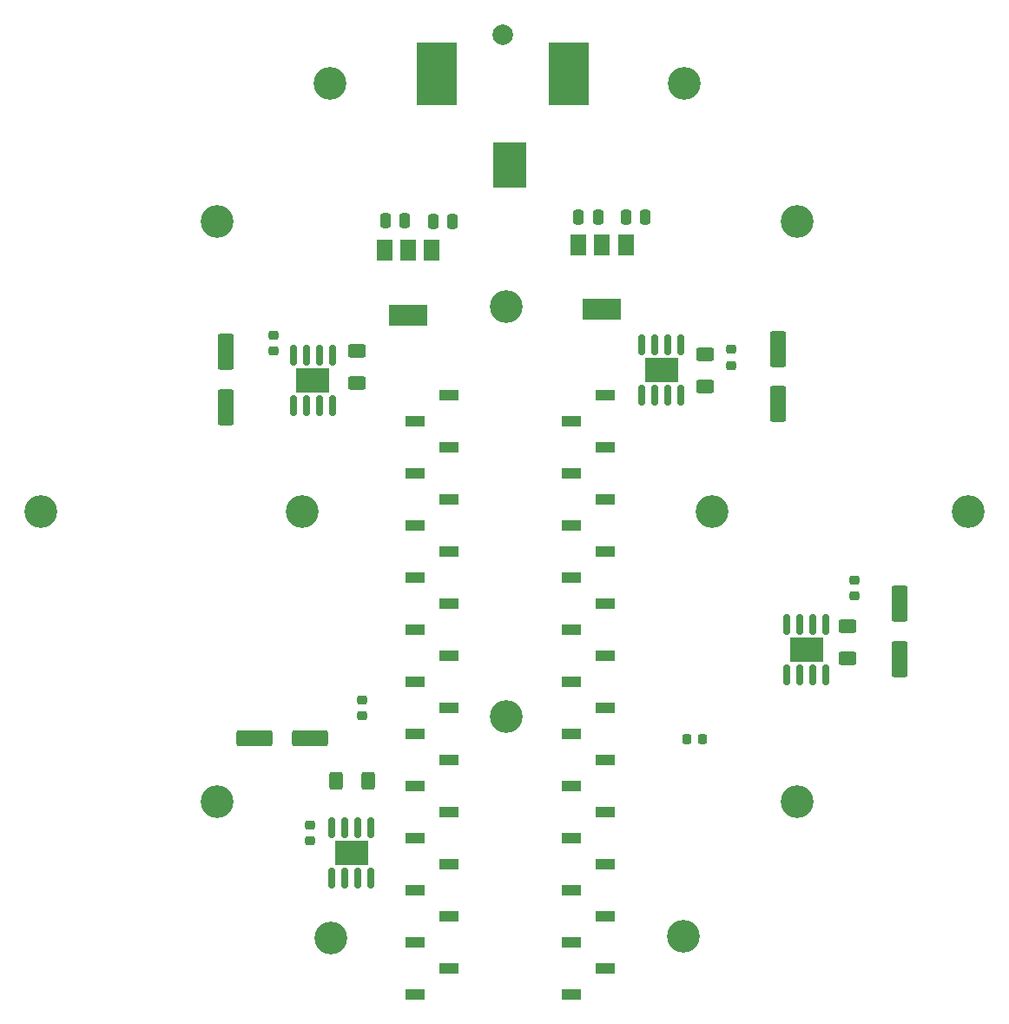
<source format=gbs>
%TF.GenerationSoftware,KiCad,Pcbnew,7.0.9-7.0.9~ubuntu23.04.1*%
%TF.CreationDate,2023-11-29T14:17:22+01:00*%
%TF.ProjectId,maglev cv2,6d61676c-6576-4206-9376-322e6b696361,rev?*%
%TF.SameCoordinates,Original*%
%TF.FileFunction,Soldermask,Bot*%
%TF.FilePolarity,Negative*%
%FSLAX46Y46*%
G04 Gerber Fmt 4.6, Leading zero omitted, Abs format (unit mm)*
G04 Created by KiCad (PCBNEW 7.0.9-7.0.9~ubuntu23.04.1) date 2023-11-29 14:17:22*
%MOMM*%
%LPD*%
G01*
G04 APERTURE LIST*
G04 Aperture macros list*
%AMRoundRect*
0 Rectangle with rounded corners*
0 $1 Rounding radius*
0 $2 $3 $4 $5 $6 $7 $8 $9 X,Y pos of 4 corners*
0 Add a 4 corners polygon primitive as box body*
4,1,4,$2,$3,$4,$5,$6,$7,$8,$9,$2,$3,0*
0 Add four circle primitives for the rounded corners*
1,1,$1+$1,$2,$3*
1,1,$1+$1,$4,$5*
1,1,$1+$1,$6,$7*
1,1,$1+$1,$8,$9*
0 Add four rect primitives between the rounded corners*
20,1,$1+$1,$2,$3,$4,$5,0*
20,1,$1+$1,$4,$5,$6,$7,0*
20,1,$1+$1,$6,$7,$8,$9,0*
20,1,$1+$1,$8,$9,$2,$3,0*%
G04 Aperture macros list end*
%ADD10C,2.500000*%
%ADD11RoundRect,0.250000X-0.250000X-0.475000X0.250000X-0.475000X0.250000X0.475000X-0.250000X0.475000X0*%
%ADD12RoundRect,0.250000X-0.550000X1.500000X-0.550000X-1.500000X0.550000X-1.500000X0.550000X1.500000X0*%
%ADD13C,3.200000*%
%ADD14RoundRect,0.250000X-0.625000X0.400000X-0.625000X-0.400000X0.625000X-0.400000X0.625000X0.400000X0*%
%ADD15RoundRect,0.225000X-0.225000X-0.250000X0.225000X-0.250000X0.225000X0.250000X-0.225000X0.250000X0*%
%ADD16RoundRect,0.150000X0.150000X-0.825000X0.150000X0.825000X-0.150000X0.825000X-0.150000X-0.825000X0*%
%ADD17R,3.300000X2.410000*%
%ADD18R,1.500000X2.000000*%
%ADD19R,3.800000X2.000000*%
%ADD20RoundRect,0.250000X-1.500000X-0.550000X1.500000X-0.550000X1.500000X0.550000X-1.500000X0.550000X0*%
%ADD21R,1.900000X1.000000*%
%ADD22RoundRect,0.250000X0.250000X0.475000X-0.250000X0.475000X-0.250000X-0.475000X0.250000X-0.475000X0*%
%ADD23R,3.900000X6.200000*%
%ADD24R,3.300000X4.400000*%
%ADD25C,2.000000*%
%ADD26RoundRect,0.225000X-0.250000X0.225000X-0.250000X-0.225000X0.250000X-0.225000X0.250000X0.225000X0*%
%ADD27RoundRect,0.250000X0.400000X0.625000X-0.400000X0.625000X-0.400000X-0.625000X0.400000X-0.625000X0*%
G04 APERTURE END LIST*
D10*
X126250000Y-99250000D03*
D11*
X139020000Y-70930400D03*
X140920000Y-70930400D03*
D12*
X172700000Y-83370400D03*
X172700000Y-88770400D03*
D13*
X129077025Y-140852859D03*
D14*
X179451000Y-110434000D03*
X179451000Y-113534000D03*
D15*
X163766200Y-121412000D03*
X165316200Y-121412000D03*
D13*
X126250000Y-99250000D03*
D11*
X134380000Y-70900400D03*
X136280000Y-70900400D03*
D16*
X132969000Y-134971000D03*
X131699000Y-134971000D03*
X130429000Y-134971000D03*
X129159000Y-134971000D03*
X129159000Y-130021000D03*
X130429000Y-130021000D03*
X131699000Y-130021000D03*
X132969000Y-130021000D03*
D17*
X131064000Y-132496000D03*
D16*
X129222000Y-88927000D03*
X127952000Y-88927000D03*
X126682000Y-88927000D03*
X125412000Y-88927000D03*
X125412000Y-83977000D03*
X126682000Y-83977000D03*
X127952000Y-83977000D03*
X129222000Y-83977000D03*
D17*
X127317000Y-86452000D03*
D13*
X100750000Y-99250000D03*
X118000000Y-71000000D03*
D12*
X118810000Y-83670400D03*
X118810000Y-89070400D03*
X184540000Y-108260400D03*
X184540000Y-113660400D03*
D13*
X146208951Y-79245847D03*
D18*
X134290000Y-73780400D03*
X136590000Y-73780400D03*
X138890000Y-73780400D03*
D19*
X136590000Y-80080400D03*
D13*
X191250000Y-99250000D03*
D20*
X121630000Y-121360400D03*
X127030000Y-121360400D03*
D21*
X140580000Y-87900400D03*
X137280000Y-90440400D03*
X140580000Y-92980400D03*
X137280000Y-95520400D03*
X140580000Y-98060400D03*
X137280000Y-100600400D03*
X140580000Y-103140400D03*
X137280000Y-105680400D03*
X140580000Y-108220400D03*
X137280000Y-110760400D03*
X140580000Y-113300400D03*
X137280000Y-115840400D03*
X140580000Y-118380400D03*
X137280000Y-120920400D03*
X140580000Y-123460400D03*
X137280000Y-126000400D03*
X140580000Y-128540400D03*
X137280000Y-131080400D03*
X140580000Y-133620400D03*
X137280000Y-136160400D03*
X140580000Y-138700400D03*
X137280000Y-141240400D03*
X140580000Y-143780400D03*
X137280000Y-146320400D03*
D13*
X174500000Y-127500000D03*
D14*
X131572000Y-83597000D03*
X131572000Y-86697000D03*
D22*
X159750000Y-70570400D03*
X157850000Y-70570400D03*
D13*
X166250000Y-99250000D03*
D23*
X152300000Y-56550000D03*
X139400000Y-56550000D03*
D24*
X146500000Y-65500000D03*
D25*
X145850000Y-52750000D03*
D16*
X163220000Y-87935400D03*
X161950000Y-87935400D03*
X160680000Y-87935400D03*
X159410000Y-87935400D03*
X159410000Y-82985400D03*
X160680000Y-82985400D03*
X161950000Y-82985400D03*
X163220000Y-82985400D03*
D17*
X161315000Y-85460400D03*
D13*
X129000000Y-57500000D03*
D26*
X127000000Y-129781000D03*
X127000000Y-131331000D03*
D13*
X163412036Y-140678157D03*
X146198475Y-119261890D03*
D14*
X165570000Y-83945400D03*
X165570000Y-87045400D03*
D18*
X153210000Y-73240400D03*
X155510000Y-73240400D03*
X157810000Y-73240400D03*
D19*
X155510000Y-79540400D03*
D16*
X177356000Y-115159000D03*
X176086000Y-115159000D03*
X174816000Y-115159000D03*
X173546000Y-115159000D03*
X173546000Y-110209000D03*
X174816000Y-110209000D03*
X176086000Y-110209000D03*
X177356000Y-110209000D03*
D17*
X175451000Y-112684000D03*
D26*
X132080000Y-117589000D03*
X132080000Y-119139000D03*
D13*
X174500000Y-71000000D03*
D22*
X155130000Y-70580400D03*
X153230000Y-70580400D03*
D13*
X163500000Y-57500000D03*
D26*
X123490000Y-82035400D03*
X123490000Y-83585400D03*
D21*
X155820000Y-87900400D03*
X152520000Y-90440400D03*
X155820000Y-92980400D03*
X152520000Y-95520400D03*
X155820000Y-98060400D03*
X152520000Y-100600400D03*
X155820000Y-103140400D03*
X152520000Y-105680400D03*
X155820000Y-108220400D03*
X152520000Y-110760400D03*
X155820000Y-113300400D03*
X152520000Y-115840400D03*
X155820000Y-118380400D03*
X152520000Y-120920400D03*
X155820000Y-123460400D03*
X152520000Y-126000400D03*
X155820000Y-128540400D03*
X152520000Y-131080400D03*
X155820000Y-133620400D03*
X152520000Y-136160400D03*
X155820000Y-138700400D03*
X152520000Y-141240400D03*
X155820000Y-143780400D03*
X152520000Y-146320400D03*
D27*
X132680000Y-125500400D03*
X129580000Y-125500400D03*
D26*
X168110000Y-83450400D03*
X168110000Y-85000400D03*
D13*
X118000000Y-127500000D03*
D26*
X180150000Y-105895400D03*
X180150000Y-107445400D03*
M02*

</source>
